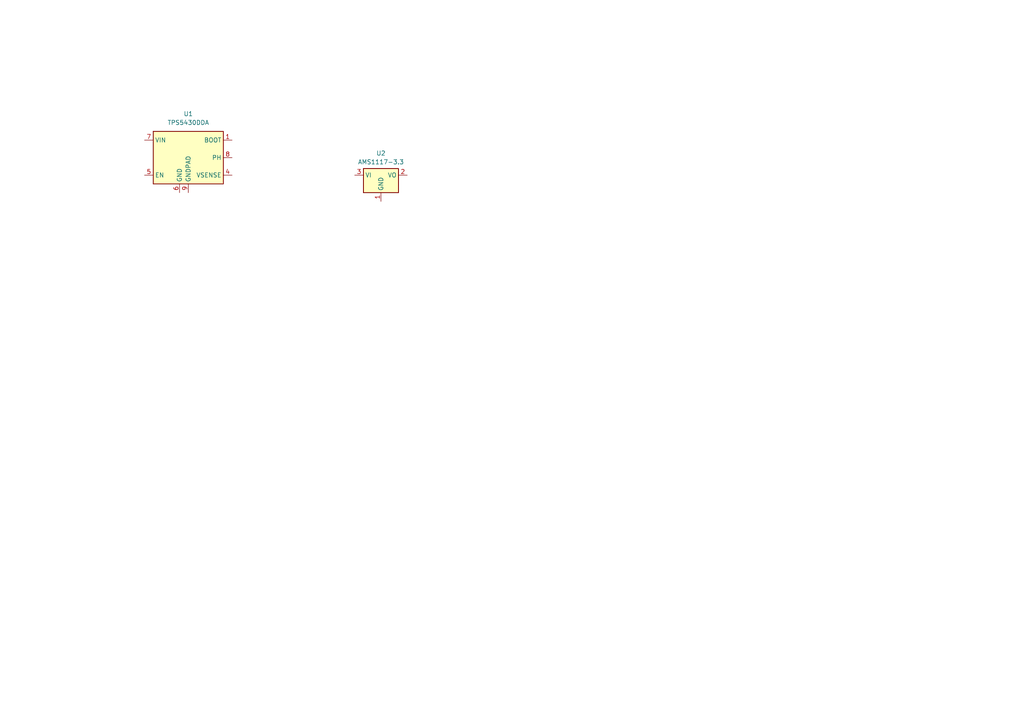
<source format=kicad_sch>
(kicad_sch
	(version 20231120)
	(generator "eeschema")
	(generator_version "8.0")
	(uuid "c4c3f96e-aa31-407c-9431-04dd6d1e03c3")
	(paper "A4")
	(lib_symbols
		(symbol "Regulator_Linear:AMS1117-3.3"
			(exclude_from_sim no)
			(in_bom yes)
			(on_board yes)
			(property "Reference" "U"
				(at -3.81 3.175 0)
				(effects
					(font
						(size 1.27 1.27)
					)
				)
			)
			(property "Value" "AMS1117-3.3"
				(at 0 3.175 0)
				(effects
					(font
						(size 1.27 1.27)
					)
					(justify left)
				)
			)
			(property "Footprint" "Package_TO_SOT_SMD:SOT-223-3_TabPin2"
				(at 0 5.08 0)
				(effects
					(font
						(size 1.27 1.27)
					)
					(hide yes)
				)
			)
			(property "Datasheet" "http://www.advanced-monolithic.com/pdf/ds1117.pdf"
				(at 2.54 -6.35 0)
				(effects
					(font
						(size 1.27 1.27)
					)
					(hide yes)
				)
			)
			(property "Description" "1A Low Dropout regulator, positive, 3.3V fixed output, SOT-223"
				(at 0 0 0)
				(effects
					(font
						(size 1.27 1.27)
					)
					(hide yes)
				)
			)
			(property "ki_keywords" "linear regulator ldo fixed positive"
				(at 0 0 0)
				(effects
					(font
						(size 1.27 1.27)
					)
					(hide yes)
				)
			)
			(property "ki_fp_filters" "SOT?223*TabPin2*"
				(at 0 0 0)
				(effects
					(font
						(size 1.27 1.27)
					)
					(hide yes)
				)
			)
			(symbol "AMS1117-3.3_0_1"
				(rectangle
					(start -5.08 -5.08)
					(end 5.08 1.905)
					(stroke
						(width 0.254)
						(type default)
					)
					(fill
						(type background)
					)
				)
			)
			(symbol "AMS1117-3.3_1_1"
				(pin power_in line
					(at 0 -7.62 90)
					(length 2.54)
					(name "GND"
						(effects
							(font
								(size 1.27 1.27)
							)
						)
					)
					(number "1"
						(effects
							(font
								(size 1.27 1.27)
							)
						)
					)
				)
				(pin power_out line
					(at 7.62 0 180)
					(length 2.54)
					(name "VO"
						(effects
							(font
								(size 1.27 1.27)
							)
						)
					)
					(number "2"
						(effects
							(font
								(size 1.27 1.27)
							)
						)
					)
				)
				(pin power_in line
					(at -7.62 0 0)
					(length 2.54)
					(name "VI"
						(effects
							(font
								(size 1.27 1.27)
							)
						)
					)
					(number "3"
						(effects
							(font
								(size 1.27 1.27)
							)
						)
					)
				)
			)
		)
		(symbol "Regulator_Switching:TPS5430DDA"
			(exclude_from_sim no)
			(in_bom yes)
			(on_board yes)
			(property "Reference" "U"
				(at -10.16 8.89 0)
				(effects
					(font
						(size 1.27 1.27)
					)
					(justify left)
				)
			)
			(property "Value" "TPS5430DDA"
				(at -1.27 8.89 0)
				(effects
					(font
						(size 1.27 1.27)
					)
					(justify left)
				)
			)
			(property "Footprint" "Package_SO:TI_SO-PowerPAD-8_ThermalVias"
				(at 1.27 -8.89 0)
				(effects
					(font
						(size 1.27 1.27)
						(italic yes)
					)
					(justify left)
					(hide yes)
				)
			)
			(property "Datasheet" "http://www.ti.com/lit/ds/symlink/tps5430.pdf"
				(at 0 0 0)
				(effects
					(font
						(size 1.27 1.27)
					)
					(hide yes)
				)
			)
			(property "Description" "3A, Step Down Swift Converter, Adjustable Output Voltage, 5.5-36V Input Voltage, PowerSO-8"
				(at 0 0 0)
				(effects
					(font
						(size 1.27 1.27)
					)
					(hide yes)
				)
			)
			(property "ki_keywords" "Step-Down DC-DC Switching Regulator"
				(at 0 0 0)
				(effects
					(font
						(size 1.27 1.27)
					)
					(hide yes)
				)
			)
			(property "ki_fp_filters" "TI*SO*PowerPAD*ThermalVias*"
				(at 0 0 0)
				(effects
					(font
						(size 1.27 1.27)
					)
					(hide yes)
				)
			)
			(symbol "TPS5430DDA_0_1"
				(rectangle
					(start -10.16 7.62)
					(end 10.16 -7.62)
					(stroke
						(width 0.254)
						(type default)
					)
					(fill
						(type background)
					)
				)
			)
			(symbol "TPS5430DDA_1_1"
				(pin input line
					(at 12.7 5.08 180)
					(length 2.54)
					(name "BOOT"
						(effects
							(font
								(size 1.27 1.27)
							)
						)
					)
					(number "1"
						(effects
							(font
								(size 1.27 1.27)
							)
						)
					)
				)
				(pin no_connect line
					(at -10.16 2.54 0)
					(length 2.54) hide
					(name "NC"
						(effects
							(font
								(size 1.27 1.27)
							)
						)
					)
					(number "2"
						(effects
							(font
								(size 1.27 1.27)
							)
						)
					)
				)
				(pin no_connect line
					(at -10.16 -2.54 0)
					(length 2.54) hide
					(name "NC"
						(effects
							(font
								(size 1.27 1.27)
							)
						)
					)
					(number "3"
						(effects
							(font
								(size 1.27 1.27)
							)
						)
					)
				)
				(pin input line
					(at 12.7 -5.08 180)
					(length 2.54)
					(name "VSENSE"
						(effects
							(font
								(size 1.27 1.27)
							)
						)
					)
					(number "4"
						(effects
							(font
								(size 1.27 1.27)
							)
						)
					)
				)
				(pin input line
					(at -12.7 -5.08 0)
					(length 2.54)
					(name "EN"
						(effects
							(font
								(size 1.27 1.27)
							)
						)
					)
					(number "5"
						(effects
							(font
								(size 1.27 1.27)
							)
						)
					)
				)
				(pin power_in line
					(at -2.54 -10.16 90)
					(length 2.54)
					(name "GND"
						(effects
							(font
								(size 1.27 1.27)
							)
						)
					)
					(number "6"
						(effects
							(font
								(size 1.27 1.27)
							)
						)
					)
				)
				(pin power_in line
					(at -12.7 5.08 0)
					(length 2.54)
					(name "VIN"
						(effects
							(font
								(size 1.27 1.27)
							)
						)
					)
					(number "7"
						(effects
							(font
								(size 1.27 1.27)
							)
						)
					)
				)
				(pin output line
					(at 12.7 0 180)
					(length 2.54)
					(name "PH"
						(effects
							(font
								(size 1.27 1.27)
							)
						)
					)
					(number "8"
						(effects
							(font
								(size 1.27 1.27)
							)
						)
					)
				)
				(pin power_in line
					(at 0 -10.16 90)
					(length 2.54)
					(name "GNDPAD"
						(effects
							(font
								(size 1.27 1.27)
							)
						)
					)
					(number "9"
						(effects
							(font
								(size 1.27 1.27)
							)
						)
					)
				)
			)
		)
	)
	(symbol
		(lib_id "Regulator_Switching:TPS5430DDA")
		(at 54.61 45.72 0)
		(unit 1)
		(exclude_from_sim no)
		(in_bom yes)
		(on_board yes)
		(dnp no)
		(fields_autoplaced yes)
		(uuid "84865bb1-4755-45d8-aa6d-d21977117991")
		(property "Reference" "U1"
			(at 54.61 33.02 0)
			(effects
				(font
					(size 1.27 1.27)
				)
			)
		)
		(property "Value" "TPS5430DDA"
			(at 54.61 35.56 0)
			(effects
				(font
					(size 1.27 1.27)
				)
			)
		)
		(property "Footprint" "Package_SO:TI_SO-PowerPAD-8_ThermalVias"
			(at 55.88 54.61 0)
			(effects
				(font
					(size 1.27 1.27)
					(italic yes)
				)
				(justify left)
				(hide yes)
			)
		)
		(property "Datasheet" "http://www.ti.com/lit/ds/symlink/tps5430.pdf"
			(at 54.61 45.72 0)
			(effects
				(font
					(size 1.27 1.27)
				)
				(hide yes)
			)
		)
		(property "Description" "3A, Step Down Swift Converter, Adjustable Output Voltage, 5.5-36V Input Voltage, PowerSO-8"
			(at 54.61 45.72 0)
			(effects
				(font
					(size 1.27 1.27)
				)
				(hide yes)
			)
		)
		(pin "3"
			(uuid "0ae52338-1280-4ed3-aadf-5e55b6d26ca1")
		)
		(pin "9"
			(uuid "3d23b6a1-9945-4c30-9185-e035842c8d17")
		)
		(pin "5"
			(uuid "a95746a8-5494-4d2f-b86e-47cbd65781ec")
		)
		(pin "7"
			(uuid "3700982d-24b0-40b5-8a16-2390f07032e0")
		)
		(pin "1"
			(uuid "2ec60781-809c-4b87-b2d0-c2c7d73761ed")
		)
		(pin "6"
			(uuid "712c9804-7ce4-40a2-961b-33bfeb7fc1e2")
		)
		(pin "4"
			(uuid "bf78cc5c-1e46-4bc7-a05f-94abf95af06c")
		)
		(pin "2"
			(uuid "326fb1ee-d22c-4024-88c8-02c81d9ef8fb")
		)
		(pin "8"
			(uuid "67428c79-5b9f-4eb3-814d-9d10f951c3d8")
		)
		(instances
			(project ""
				(path "/c4c3f96e-aa31-407c-9431-04dd6d1e03c3"
					(reference "U1")
					(unit 1)
				)
			)
		)
	)
	(symbol
		(lib_id "Regulator_Linear:AMS1117-3.3")
		(at 110.49 50.8 0)
		(unit 1)
		(exclude_from_sim no)
		(in_bom yes)
		(on_board yes)
		(dnp no)
		(fields_autoplaced yes)
		(uuid "e4d61c73-6a3d-48d5-b4c9-eb4abbbb4e80")
		(property "Reference" "U2"
			(at 110.49 44.45 0)
			(effects
				(font
					(size 1.27 1.27)
				)
			)
		)
		(property "Value" "AMS1117-3.3"
			(at 110.49 46.99 0)
			(effects
				(font
					(size 1.27 1.27)
				)
			)
		)
		(property "Footprint" "Package_TO_SOT_SMD:SOT-223-3_TabPin2"
			(at 110.49 45.72 0)
			(effects
				(font
					(size 1.27 1.27)
				)
				(hide yes)
			)
		)
		(property "Datasheet" "http://www.advanced-monolithic.com/pdf/ds1117.pdf"
			(at 113.03 57.15 0)
			(effects
				(font
					(size 1.27 1.27)
				)
				(hide yes)
			)
		)
		(property "Description" "1A Low Dropout regulator, positive, 3.3V fixed output, SOT-223"
			(at 110.49 50.8 0)
			(effects
				(font
					(size 1.27 1.27)
				)
				(hide yes)
			)
		)
		(pin "1"
			(uuid "250ed414-afa8-481a-9a67-0f3225e01118")
		)
		(pin "3"
			(uuid "92087ca1-a507-4342-a946-4bc9c63756d1")
		)
		(pin "2"
			(uuid "644fde51-64d8-4c24-bfea-22ba1cc842a5")
		)
		(instances
			(project ""
				(path "/c4c3f96e-aa31-407c-9431-04dd6d1e03c3"
					(reference "U2")
					(unit 1)
				)
			)
		)
	)
	(sheet_instances
		(path "/"
			(page "1")
		)
	)
)

</source>
